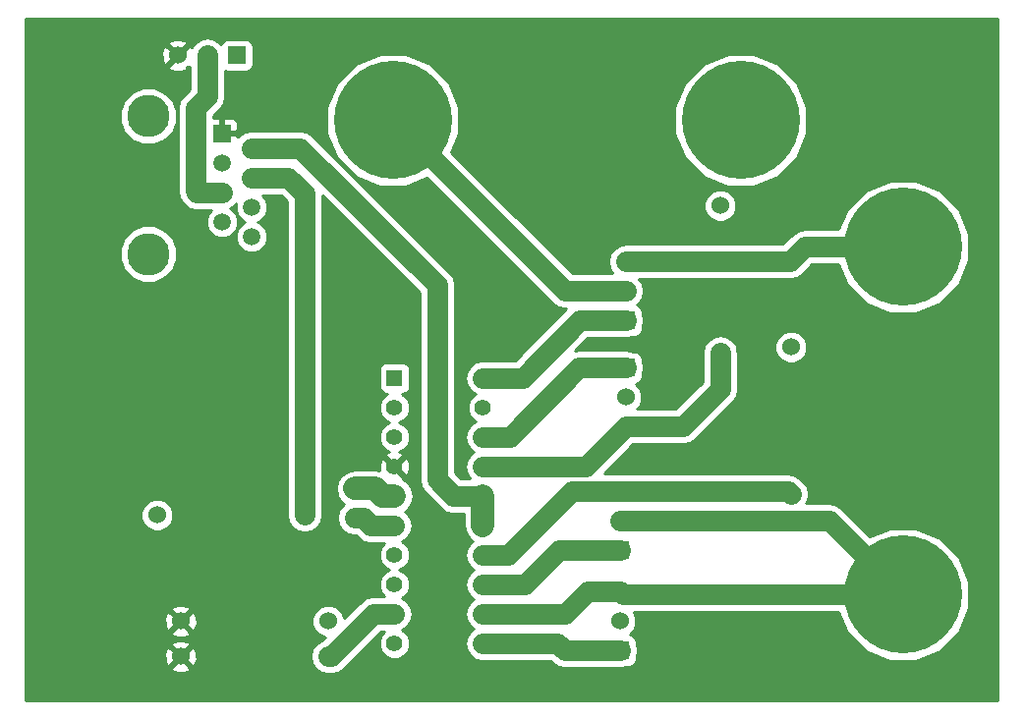
<source format=gbr>
G04 #@! TF.FileFunction,Copper,L2,Bot,Signal*
%FSLAX46Y46*%
G04 Gerber Fmt 4.6, Leading zero omitted, Abs format (unit mm)*
G04 Created by KiCad (PCBNEW 4.0.7-e1-6374~58~ubuntu14.04.1) date Fri Aug 18 19:44:06 2017*
%MOMM*%
%LPD*%
G01*
G04 APERTURE LIST*
%ADD10C,0.100000*%
%ADD11R,1.524000X1.524000*%
%ADD12C,1.524000*%
%ADD13C,10.160000*%
%ADD14C,3.649980*%
%ADD15R,1.501140X1.501140*%
%ADD16C,1.501140*%
%ADD17C,1.397000*%
%ADD18R,1.397000X1.397000*%
%ADD19C,1.800000*%
%ADD20C,0.254000*%
%ADD21C,2.000000*%
%ADD22C,1.900000*%
G04 APERTURE END LIST*
D10*
D11*
X115316000Y-68580000D03*
D12*
X115316000Y-66040000D03*
X115316000Y-63500000D03*
D11*
X115316000Y-59944000D03*
D12*
X115316000Y-57404000D03*
X115316000Y-54864000D03*
D13*
X95758000Y-22860000D03*
X125730000Y-22860000D03*
D12*
X77470000Y-69088000D03*
X90170000Y-69088000D03*
D13*
X139700000Y-33782000D03*
X139700000Y-63754000D03*
D14*
X74676000Y-34386520D03*
X74676000Y-22517100D03*
D15*
X81026000Y-24003000D03*
D16*
X83566000Y-25273000D03*
X81026000Y-26543000D03*
X83566000Y-27813000D03*
X81026000Y-29083000D03*
X83566000Y-30353000D03*
X81026000Y-31623000D03*
X83566000Y-32893000D03*
D12*
X130048000Y-42418000D03*
X130048000Y-55118000D03*
X123952000Y-42926000D03*
X123952000Y-30226000D03*
X88138000Y-56896000D03*
X75438000Y-56896000D03*
X77470000Y-66040000D03*
X90170000Y-66040000D03*
D17*
X92456000Y-57150000D03*
X92456000Y-54610000D03*
D11*
X115824000Y-40132000D03*
D12*
X115824000Y-37592000D03*
X115824000Y-35052000D03*
D11*
X115824000Y-44196000D03*
D12*
X115824000Y-46736000D03*
X115824000Y-49276000D03*
D11*
X82296000Y-17272000D03*
D12*
X79756000Y-17272000D03*
X77216000Y-17272000D03*
D18*
X95885000Y-45085000D03*
D17*
X95885000Y-47625000D03*
X95885000Y-50165000D03*
X95885000Y-52705000D03*
X95885000Y-55245000D03*
X95885000Y-57785000D03*
X95885000Y-60325000D03*
X95885000Y-62865000D03*
X95885000Y-65405000D03*
X95885000Y-67945000D03*
X103505000Y-67945000D03*
X103505000Y-65405000D03*
X103505000Y-62865000D03*
X103505000Y-60325000D03*
X103505000Y-57785000D03*
X103505000Y-55245000D03*
X103505000Y-52705000D03*
X103505000Y-50165000D03*
X103505000Y-47625000D03*
X103505000Y-45085000D03*
D19*
X90170000Y-69088000D02*
X90424000Y-69088000D01*
X90424000Y-69088000D02*
X94107000Y-65405000D01*
X94107000Y-65405000D02*
X95885000Y-65405000D01*
X103505000Y-45085000D02*
X106915000Y-45085000D01*
X111868000Y-40132000D02*
X115824000Y-40132000D01*
X106915000Y-45085000D02*
X111868000Y-40132000D01*
X79756000Y-17272000D02*
X79756000Y-20828000D01*
X79756000Y-20828000D02*
X78740000Y-21844000D01*
X78740000Y-21844000D02*
X78740000Y-28956000D01*
X78740000Y-28956000D02*
X78867000Y-29083000D01*
X78867000Y-29083000D02*
X81026000Y-29083000D01*
X103505000Y-60325000D02*
X105675000Y-60325000D01*
X111136000Y-54864000D02*
X115316000Y-54864000D01*
X105675000Y-60325000D02*
X111136000Y-54864000D01*
X115316000Y-54864000D02*
X129794000Y-54864000D01*
X129794000Y-54864000D02*
X130048000Y-55118000D01*
X115824000Y-49276000D02*
X120724000Y-49276000D01*
X123952000Y-46048000D02*
X123952000Y-42926000D01*
X120724000Y-49276000D02*
X123952000Y-46048000D01*
X103505000Y-52705000D02*
X112395000Y-52705000D01*
X112395000Y-52705000D02*
X115824000Y-49276000D01*
X103505000Y-67945000D02*
X109945000Y-67945000D01*
X110580000Y-68580000D02*
X115316000Y-68580000D01*
X109945000Y-67945000D02*
X110580000Y-68580000D01*
D20*
X103632000Y-68072000D02*
X103505000Y-67945000D01*
D21*
X92456000Y-54610000D02*
X94234000Y-54610000D01*
X94869000Y-55245000D02*
X95885000Y-55245000D01*
X94234000Y-54610000D02*
X94869000Y-55245000D01*
D19*
X103505000Y-50165000D02*
X105835000Y-50165000D01*
X111804000Y-44196000D02*
X115824000Y-44196000D01*
X105835000Y-50165000D02*
X111804000Y-44196000D01*
X115824000Y-35052000D02*
X129948000Y-35052000D01*
X129948000Y-35052000D02*
X131218000Y-33782000D01*
X131218000Y-33782000D02*
X139700000Y-33782000D01*
X103505000Y-65405000D02*
X110595000Y-65405000D01*
X112500000Y-63500000D02*
X115316000Y-63500000D01*
X110595000Y-65405000D02*
X112500000Y-63500000D01*
X115316000Y-57404000D02*
X133350000Y-57404000D01*
X133350000Y-57404000D02*
X139700000Y-63754000D01*
X139700000Y-63754000D02*
X115570000Y-63754000D01*
X115570000Y-63754000D02*
X115316000Y-63500000D01*
D22*
X139446000Y-63500000D02*
X139700000Y-63754000D01*
D19*
X103505000Y-55245000D02*
X100965000Y-55245000D01*
X87757000Y-25273000D02*
X83566000Y-25273000D01*
X99568000Y-37084000D02*
X87757000Y-25273000D01*
X99568000Y-53848000D02*
X99568000Y-37084000D01*
X100965000Y-55245000D02*
X99568000Y-53848000D01*
D21*
X103505000Y-55245000D02*
X103505000Y-57785000D01*
D19*
X103505000Y-62865000D02*
X107135000Y-62865000D01*
X110056000Y-59944000D02*
X115316000Y-59944000D01*
X107135000Y-62865000D02*
X110056000Y-59944000D01*
X83566000Y-27813000D02*
X86741000Y-27813000D01*
X86741000Y-27813000D02*
X88138000Y-29210000D01*
X88138000Y-29210000D02*
X88138000Y-56896000D01*
X92456000Y-57150000D02*
X93218000Y-57150000D01*
X93218000Y-57150000D02*
X93853000Y-57785000D01*
X95123000Y-57785000D02*
X95885000Y-57785000D01*
X93853000Y-57785000D02*
X95123000Y-57785000D01*
X95758000Y-22860000D02*
X95860000Y-22860000D01*
X95860000Y-22860000D02*
X110592000Y-37592000D01*
X110592000Y-37592000D02*
X115824000Y-37592000D01*
D22*
X95758000Y-22860000D02*
X96012000Y-22860000D01*
D20*
G36*
X147873000Y-72873000D02*
X64127000Y-72873000D01*
X64127000Y-70068213D01*
X76669392Y-70068213D01*
X76738857Y-70310397D01*
X77262302Y-70497144D01*
X77817368Y-70469362D01*
X78201143Y-70310397D01*
X78270608Y-70068213D01*
X77470000Y-69267605D01*
X76669392Y-70068213D01*
X64127000Y-70068213D01*
X64127000Y-68880302D01*
X76060856Y-68880302D01*
X76088638Y-69435368D01*
X76247603Y-69819143D01*
X76489787Y-69888608D01*
X77290395Y-69088000D01*
X77649605Y-69088000D01*
X78450213Y-69888608D01*
X78692397Y-69819143D01*
X78879144Y-69295698D01*
X78868749Y-69088000D01*
X88635000Y-69088000D01*
X88751845Y-69675419D01*
X89084591Y-70173409D01*
X89582581Y-70506155D01*
X90170000Y-70623000D01*
X90424000Y-70623000D01*
X91011419Y-70506155D01*
X91509409Y-70173409D01*
X94742818Y-66940000D01*
X95004254Y-66940000D01*
X94755173Y-67188647D01*
X94551732Y-67678587D01*
X94551269Y-68209086D01*
X94753854Y-68699380D01*
X95128647Y-69074827D01*
X95618587Y-69278268D01*
X96149086Y-69278731D01*
X96639380Y-69076146D01*
X97014827Y-68701353D01*
X97218268Y-68211413D01*
X97218731Y-67680914D01*
X97016146Y-67190620D01*
X96641353Y-66815173D01*
X96544533Y-66774970D01*
X96970409Y-66490409D01*
X97303155Y-65992419D01*
X97420000Y-65405000D01*
X97303155Y-64817581D01*
X96970409Y-64319591D01*
X96544816Y-64035219D01*
X96639380Y-63996146D01*
X97014827Y-63621353D01*
X97218268Y-63131413D01*
X97218731Y-62600914D01*
X97016146Y-62110620D01*
X96641353Y-61735173D01*
X96303554Y-61594906D01*
X96639380Y-61456146D01*
X97014827Y-61081353D01*
X97218268Y-60591413D01*
X97218731Y-60060914D01*
X97016146Y-59570620D01*
X96641353Y-59195173D01*
X96544533Y-59154970D01*
X96970409Y-58870409D01*
X97303155Y-58372419D01*
X97420000Y-57785000D01*
X97303155Y-57197581D01*
X96970409Y-56699591D01*
X96782417Y-56573979D01*
X97041120Y-56401120D01*
X97395543Y-55870687D01*
X97520000Y-55245000D01*
X97395543Y-54619313D01*
X97041120Y-54088880D01*
X96599181Y-53793586D01*
X96639583Y-53639188D01*
X95885000Y-52884605D01*
X95870858Y-52898748D01*
X95691253Y-52719143D01*
X95705395Y-52705000D01*
X96064605Y-52705000D01*
X96819188Y-53459583D01*
X97054800Y-53397929D01*
X97230927Y-52897520D01*
X97202148Y-52367801D01*
X97054800Y-52012071D01*
X96819188Y-51950417D01*
X96064605Y-52705000D01*
X95705395Y-52705000D01*
X94950812Y-51950417D01*
X94715200Y-52012071D01*
X94539073Y-52512480D01*
X94567808Y-53041398D01*
X94234000Y-52974999D01*
X94233995Y-52975000D01*
X92456000Y-52975000D01*
X91830313Y-53099457D01*
X91299880Y-53453880D01*
X90945457Y-53984313D01*
X90821000Y-54610000D01*
X90945457Y-55235687D01*
X91299880Y-55766120D01*
X91558583Y-55938979D01*
X91370591Y-56064591D01*
X91037845Y-56562581D01*
X90921000Y-57150000D01*
X91037845Y-57737419D01*
X91370591Y-58235409D01*
X91868581Y-58568155D01*
X92456000Y-58685000D01*
X92582182Y-58685000D01*
X92767591Y-58870409D01*
X93265581Y-59203155D01*
X93853000Y-59320000D01*
X95004254Y-59320000D01*
X94755173Y-59568647D01*
X94551732Y-60058587D01*
X94551269Y-60589086D01*
X94753854Y-61079380D01*
X95128647Y-61454827D01*
X95466446Y-61595094D01*
X95130620Y-61733854D01*
X94755173Y-62108647D01*
X94551732Y-62598587D01*
X94551269Y-63129086D01*
X94753854Y-63619380D01*
X95004037Y-63870000D01*
X94107000Y-63870000D01*
X93519581Y-63986845D01*
X93021591Y-64319591D01*
X91567233Y-65773949D01*
X91567242Y-65763339D01*
X91355010Y-65249697D01*
X90962370Y-64856371D01*
X90449100Y-64643243D01*
X89893339Y-64642758D01*
X89379697Y-64854990D01*
X88986371Y-65247630D01*
X88773243Y-65760900D01*
X88772758Y-66316661D01*
X88984990Y-66830303D01*
X89377630Y-67223629D01*
X89890900Y-67436757D01*
X89904413Y-67436769D01*
X89693375Y-67647807D01*
X89582581Y-67669845D01*
X89084591Y-68002591D01*
X88751845Y-68500581D01*
X88635000Y-69088000D01*
X78868749Y-69088000D01*
X78851362Y-68740632D01*
X78692397Y-68356857D01*
X78450213Y-68287392D01*
X77649605Y-69088000D01*
X77290395Y-69088000D01*
X76489787Y-68287392D01*
X76247603Y-68356857D01*
X76060856Y-68880302D01*
X64127000Y-68880302D01*
X64127000Y-68107787D01*
X76669392Y-68107787D01*
X77470000Y-68908395D01*
X78270608Y-68107787D01*
X78201143Y-67865603D01*
X77677698Y-67678856D01*
X77122632Y-67706638D01*
X76738857Y-67865603D01*
X76669392Y-68107787D01*
X64127000Y-68107787D01*
X64127000Y-67020213D01*
X76669392Y-67020213D01*
X76738857Y-67262397D01*
X77262302Y-67449144D01*
X77817368Y-67421362D01*
X78201143Y-67262397D01*
X78270608Y-67020213D01*
X77470000Y-66219605D01*
X76669392Y-67020213D01*
X64127000Y-67020213D01*
X64127000Y-65832302D01*
X76060856Y-65832302D01*
X76088638Y-66387368D01*
X76247603Y-66771143D01*
X76489787Y-66840608D01*
X77290395Y-66040000D01*
X77649605Y-66040000D01*
X78450213Y-66840608D01*
X78692397Y-66771143D01*
X78879144Y-66247698D01*
X78851362Y-65692632D01*
X78692397Y-65308857D01*
X78450213Y-65239392D01*
X77649605Y-66040000D01*
X77290395Y-66040000D01*
X76489787Y-65239392D01*
X76247603Y-65308857D01*
X76060856Y-65832302D01*
X64127000Y-65832302D01*
X64127000Y-65059787D01*
X76669392Y-65059787D01*
X77470000Y-65860395D01*
X78270608Y-65059787D01*
X78201143Y-64817603D01*
X77677698Y-64630856D01*
X77122632Y-64658638D01*
X76738857Y-64817603D01*
X76669392Y-65059787D01*
X64127000Y-65059787D01*
X64127000Y-57172661D01*
X74040758Y-57172661D01*
X74252990Y-57686303D01*
X74645630Y-58079629D01*
X75158900Y-58292757D01*
X75714661Y-58293242D01*
X76228303Y-58081010D01*
X76621629Y-57688370D01*
X76834757Y-57175100D01*
X76835242Y-56619339D01*
X76623010Y-56105697D01*
X76230370Y-55712371D01*
X75717100Y-55499243D01*
X75161339Y-55498758D01*
X74647697Y-55710990D01*
X74254371Y-56103630D01*
X74041243Y-56616900D01*
X74040758Y-57172661D01*
X64127000Y-57172661D01*
X64127000Y-34873695D01*
X72215584Y-34873695D01*
X72589306Y-35778172D01*
X73280708Y-36470782D01*
X74184531Y-36846082D01*
X75163175Y-36846936D01*
X76067652Y-36473214D01*
X76760262Y-35781812D01*
X77135562Y-34877989D01*
X77136416Y-33899345D01*
X76762694Y-32994868D01*
X76071292Y-32302258D01*
X75167469Y-31926958D01*
X74188825Y-31926104D01*
X73284348Y-32299826D01*
X72591738Y-32991228D01*
X72216438Y-33895051D01*
X72215584Y-34873695D01*
X64127000Y-34873695D01*
X64127000Y-23004275D01*
X72215584Y-23004275D01*
X72589306Y-23908752D01*
X73280708Y-24601362D01*
X74184531Y-24976662D01*
X75163175Y-24977516D01*
X76067652Y-24603794D01*
X76760262Y-23912392D01*
X77135562Y-23008569D01*
X77136416Y-22029925D01*
X76762694Y-21125448D01*
X76071292Y-20432838D01*
X75167469Y-20057538D01*
X74188825Y-20056684D01*
X73284348Y-20430406D01*
X72591738Y-21121808D01*
X72216438Y-22025631D01*
X72215584Y-23004275D01*
X64127000Y-23004275D01*
X64127000Y-18252213D01*
X76415392Y-18252213D01*
X76484857Y-18494397D01*
X77008302Y-18681144D01*
X77563368Y-18653362D01*
X77947143Y-18494397D01*
X78016607Y-18252215D01*
X78131618Y-18367226D01*
X78221000Y-18277844D01*
X78221000Y-20192182D01*
X77654591Y-20758591D01*
X77321845Y-21256581D01*
X77205000Y-21844000D01*
X77205000Y-28956000D01*
X77321845Y-29543419D01*
X77654591Y-30041409D01*
X77781591Y-30168409D01*
X78279581Y-30501155D01*
X78867000Y-30618000D01*
X80071552Y-30618000D01*
X79852056Y-30837113D01*
X79640671Y-31346184D01*
X79640190Y-31897398D01*
X79850686Y-32406837D01*
X80240113Y-32796944D01*
X80749184Y-33008329D01*
X81300398Y-33008810D01*
X81809837Y-32798314D01*
X82199944Y-32408887D01*
X82411329Y-31899816D01*
X82411810Y-31348602D01*
X82201314Y-30839163D01*
X81811887Y-30449056D01*
X81737573Y-30418198D01*
X82111409Y-30168409D01*
X82193212Y-30045982D01*
X82180671Y-30076184D01*
X82180190Y-30627398D01*
X82390686Y-31136837D01*
X82780113Y-31526944D01*
X83011381Y-31622975D01*
X82782163Y-31717686D01*
X82392056Y-32107113D01*
X82180671Y-32616184D01*
X82180190Y-33167398D01*
X82390686Y-33676837D01*
X82780113Y-34066944D01*
X83289184Y-34278329D01*
X83840398Y-34278810D01*
X84349837Y-34068314D01*
X84739944Y-33678887D01*
X84951329Y-33169816D01*
X84951810Y-32618602D01*
X84741314Y-32109163D01*
X84351887Y-31719056D01*
X84120619Y-31623025D01*
X84349837Y-31528314D01*
X84739944Y-31138887D01*
X84951329Y-30629816D01*
X84951810Y-30078602D01*
X84741314Y-29569163D01*
X84520537Y-29348000D01*
X86105182Y-29348000D01*
X86603000Y-29845818D01*
X86603000Y-56896000D01*
X86719845Y-57483419D01*
X87052591Y-57981409D01*
X87550581Y-58314155D01*
X88138000Y-58431000D01*
X88725419Y-58314155D01*
X89223409Y-57981409D01*
X89556155Y-57483419D01*
X89673000Y-56896000D01*
X89673000Y-44386500D01*
X94539060Y-44386500D01*
X94539060Y-45783500D01*
X94583338Y-46018817D01*
X94722410Y-46234941D01*
X94934610Y-46379931D01*
X95186500Y-46430940D01*
X95282884Y-46430940D01*
X95130620Y-46493854D01*
X94755173Y-46868647D01*
X94551732Y-47358587D01*
X94551269Y-47889086D01*
X94753854Y-48379380D01*
X95128647Y-48754827D01*
X95466446Y-48895094D01*
X95130620Y-49033854D01*
X94755173Y-49408647D01*
X94551732Y-49898587D01*
X94551269Y-50429086D01*
X94753854Y-50919380D01*
X95128647Y-51294827D01*
X95450118Y-51428314D01*
X95192071Y-51535200D01*
X95130417Y-51770812D01*
X95885000Y-52525395D01*
X96639583Y-51770812D01*
X96577929Y-51535200D01*
X96298688Y-51436917D01*
X96639380Y-51296146D01*
X97014827Y-50921353D01*
X97218268Y-50431413D01*
X97218731Y-49900914D01*
X97016146Y-49410620D01*
X96641353Y-49035173D01*
X96303554Y-48894906D01*
X96639380Y-48756146D01*
X97014827Y-48381353D01*
X97218268Y-47891413D01*
X97218731Y-47360914D01*
X97016146Y-46870620D01*
X96641353Y-46495173D01*
X96486663Y-46430940D01*
X96583500Y-46430940D01*
X96818817Y-46386662D01*
X97034941Y-46247590D01*
X97179931Y-46035390D01*
X97230940Y-45783500D01*
X97230940Y-44386500D01*
X97186662Y-44151183D01*
X97047590Y-43935059D01*
X96835390Y-43790069D01*
X96583500Y-43739060D01*
X95186500Y-43739060D01*
X94951183Y-43783338D01*
X94735059Y-43922410D01*
X94590069Y-44134610D01*
X94539060Y-44386500D01*
X89673000Y-44386500D01*
X89673000Y-29359818D01*
X98033000Y-37719818D01*
X98033000Y-53848000D01*
X98149845Y-54435419D01*
X98482591Y-54933409D01*
X99879591Y-56330409D01*
X100377581Y-56663155D01*
X100965000Y-56780000D01*
X101870000Y-56780000D01*
X101870000Y-57785000D01*
X101994457Y-58410687D01*
X102348880Y-58941120D01*
X102607583Y-59113979D01*
X102419591Y-59239591D01*
X102086845Y-59737581D01*
X101970000Y-60325000D01*
X102086845Y-60912419D01*
X102419591Y-61410409D01*
X102695851Y-61595000D01*
X102419591Y-61779591D01*
X102086845Y-62277581D01*
X101970000Y-62865000D01*
X102086845Y-63452419D01*
X102419591Y-63950409D01*
X102695851Y-64135000D01*
X102419591Y-64319591D01*
X102086845Y-64817581D01*
X101970000Y-65405000D01*
X102086845Y-65992419D01*
X102419591Y-66490409D01*
X102695851Y-66675000D01*
X102419591Y-66859591D01*
X102086845Y-67357581D01*
X101970000Y-67945000D01*
X102086845Y-68532419D01*
X102419591Y-69030409D01*
X102917581Y-69363155D01*
X103505000Y-69480000D01*
X109309182Y-69480000D01*
X109494591Y-69665409D01*
X109992581Y-69998155D01*
X110580000Y-70115000D01*
X115316000Y-70115000D01*
X115903419Y-69998155D01*
X115916462Y-69989440D01*
X116078000Y-69989440D01*
X116313317Y-69945162D01*
X116529441Y-69806090D01*
X116674431Y-69593890D01*
X116725440Y-69342000D01*
X116725440Y-69180462D01*
X116734155Y-69167419D01*
X116851000Y-68580000D01*
X116734155Y-67992581D01*
X116725440Y-67979538D01*
X116725440Y-67818000D01*
X116681162Y-67582683D01*
X116542090Y-67366559D01*
X116329890Y-67221569D01*
X116146876Y-67184508D01*
X116499629Y-66832370D01*
X116712757Y-66319100D01*
X116713242Y-65763339D01*
X116517250Y-65289000D01*
X134150611Y-65289000D01*
X134852234Y-66987058D01*
X136458486Y-68596116D01*
X138558229Y-69468005D01*
X140831796Y-69469989D01*
X142933058Y-68601766D01*
X144542116Y-66995514D01*
X145414005Y-64895771D01*
X145415989Y-62622204D01*
X144547766Y-60520942D01*
X142941514Y-58911884D01*
X140841771Y-58039995D01*
X138568204Y-58038011D01*
X136860456Y-58743638D01*
X134435409Y-56318591D01*
X133937419Y-55985845D01*
X133350000Y-55869000D01*
X131356854Y-55869000D01*
X131466155Y-55705419D01*
X131583000Y-55118000D01*
X131466155Y-54530581D01*
X131133409Y-54032591D01*
X130879409Y-53778591D01*
X130381419Y-53445845D01*
X129794000Y-53329000D01*
X113941818Y-53329000D01*
X116459818Y-50811000D01*
X120724000Y-50811000D01*
X121311419Y-50694155D01*
X121809409Y-50361409D01*
X125037409Y-47133409D01*
X125370155Y-46635419D01*
X125487000Y-46048000D01*
X125487000Y-42926000D01*
X125440984Y-42694661D01*
X128650758Y-42694661D01*
X128862990Y-43208303D01*
X129255630Y-43601629D01*
X129768900Y-43814757D01*
X130324661Y-43815242D01*
X130838303Y-43603010D01*
X131231629Y-43210370D01*
X131444757Y-42697100D01*
X131445242Y-42141339D01*
X131233010Y-41627697D01*
X130840370Y-41234371D01*
X130327100Y-41021243D01*
X129771339Y-41020758D01*
X129257697Y-41232990D01*
X128864371Y-41625630D01*
X128651243Y-42138900D01*
X128650758Y-42694661D01*
X125440984Y-42694661D01*
X125370155Y-42338581D01*
X125037409Y-41840591D01*
X124539419Y-41507845D01*
X123952000Y-41391000D01*
X123364581Y-41507845D01*
X122866591Y-41840591D01*
X122533845Y-42338581D01*
X122417000Y-42926000D01*
X122417000Y-45412182D01*
X120088182Y-47741000D01*
X116794628Y-47741000D01*
X117007629Y-47528370D01*
X117220757Y-47015100D01*
X117221242Y-46459339D01*
X117009010Y-45945697D01*
X116656167Y-45592237D01*
X116821317Y-45561162D01*
X117037441Y-45422090D01*
X117182431Y-45209890D01*
X117233440Y-44958000D01*
X117233440Y-44796462D01*
X117242155Y-44783419D01*
X117359000Y-44196000D01*
X117242155Y-43608581D01*
X117233440Y-43595538D01*
X117233440Y-43434000D01*
X117189162Y-43198683D01*
X117050090Y-42982559D01*
X116837890Y-42837569D01*
X116586000Y-42786560D01*
X116424462Y-42786560D01*
X116411419Y-42777845D01*
X115824000Y-42661000D01*
X111804000Y-42661000D01*
X111436772Y-42734046D01*
X112503818Y-41667000D01*
X115824000Y-41667000D01*
X116411419Y-41550155D01*
X116424462Y-41541440D01*
X116586000Y-41541440D01*
X116821317Y-41497162D01*
X117037441Y-41358090D01*
X117182431Y-41145890D01*
X117233440Y-40894000D01*
X117233440Y-40732462D01*
X117242155Y-40719419D01*
X117359000Y-40132000D01*
X117242155Y-39544581D01*
X117233440Y-39531538D01*
X117233440Y-39370000D01*
X117189162Y-39134683D01*
X117050090Y-38918559D01*
X116837890Y-38773569D01*
X116782333Y-38762318D01*
X116909409Y-38677409D01*
X117242155Y-38179419D01*
X117359000Y-37592000D01*
X117242155Y-37004581D01*
X116963137Y-36587000D01*
X129948000Y-36587000D01*
X130535419Y-36470155D01*
X131033409Y-36137409D01*
X131853818Y-35317000D01*
X134150611Y-35317000D01*
X134852234Y-37015058D01*
X136458486Y-38624116D01*
X138558229Y-39496005D01*
X140831796Y-39497989D01*
X142933058Y-38629766D01*
X144542116Y-37023514D01*
X145414005Y-34923771D01*
X145415989Y-32650204D01*
X144547766Y-30548942D01*
X142941514Y-28939884D01*
X140841771Y-28067995D01*
X138568204Y-28066011D01*
X136466942Y-28934234D01*
X134857884Y-30540486D01*
X134149278Y-32247000D01*
X131218000Y-32247000D01*
X130630581Y-32363845D01*
X130132591Y-32696591D01*
X129312182Y-33517000D01*
X115824000Y-33517000D01*
X115236581Y-33633845D01*
X114738591Y-33966591D01*
X114405845Y-34464581D01*
X114289000Y-35052000D01*
X114405845Y-35639419D01*
X114684863Y-36057000D01*
X111227818Y-36057000D01*
X105673479Y-30502661D01*
X122554758Y-30502661D01*
X122766990Y-31016303D01*
X123159630Y-31409629D01*
X123672900Y-31622757D01*
X124228661Y-31623242D01*
X124742303Y-31411010D01*
X125135629Y-31018370D01*
X125348757Y-30505100D01*
X125349242Y-29949339D01*
X125137010Y-29435697D01*
X124744370Y-29042371D01*
X124231100Y-28829243D01*
X123675339Y-28828758D01*
X123161697Y-29040990D01*
X122768371Y-29433630D01*
X122555243Y-29946900D01*
X122554758Y-30502661D01*
X105673479Y-30502661D01*
X100797347Y-25626529D01*
X101472005Y-24001771D01*
X101472013Y-23991796D01*
X120014011Y-23991796D01*
X120882234Y-26093058D01*
X122488486Y-27702116D01*
X124588229Y-28574005D01*
X126861796Y-28575989D01*
X128963058Y-27707766D01*
X130572116Y-26101514D01*
X131444005Y-24001771D01*
X131445989Y-21728204D01*
X130577766Y-19626942D01*
X128971514Y-18017884D01*
X126871771Y-17145995D01*
X124598204Y-17144011D01*
X122496942Y-18012234D01*
X120887884Y-19618486D01*
X120015995Y-21718229D01*
X120014011Y-23991796D01*
X101472013Y-23991796D01*
X101473989Y-21728204D01*
X100605766Y-19626942D01*
X98999514Y-18017884D01*
X96899771Y-17145995D01*
X94626204Y-17144011D01*
X92524942Y-18012234D01*
X90915884Y-19618486D01*
X90043995Y-21718229D01*
X90042011Y-23991796D01*
X90910234Y-26093058D01*
X92516486Y-27702116D01*
X94616229Y-28574005D01*
X96889796Y-28575989D01*
X98669721Y-27840539D01*
X109506591Y-38677409D01*
X110004581Y-39010155D01*
X110592000Y-39127000D01*
X110702182Y-39127000D01*
X106279182Y-43550000D01*
X103505000Y-43550000D01*
X102917581Y-43666845D01*
X102419591Y-43999591D01*
X102086845Y-44497581D01*
X101970000Y-45085000D01*
X102086845Y-45672419D01*
X102419591Y-46170409D01*
X102845184Y-46454781D01*
X102750620Y-46493854D01*
X102375173Y-46868647D01*
X102171732Y-47358587D01*
X102171269Y-47889086D01*
X102373854Y-48379380D01*
X102748647Y-48754827D01*
X102845467Y-48795030D01*
X102419591Y-49079591D01*
X102086845Y-49577581D01*
X101970000Y-50165000D01*
X102086845Y-50752419D01*
X102419591Y-51250409D01*
X102695851Y-51435000D01*
X102419591Y-51619591D01*
X102086845Y-52117581D01*
X101970000Y-52705000D01*
X102086845Y-53292419D01*
X102365863Y-53710000D01*
X101600818Y-53710000D01*
X101103000Y-53212182D01*
X101103000Y-37084000D01*
X100986155Y-36496581D01*
X100653409Y-35998591D01*
X88842409Y-24187591D01*
X88344419Y-23854845D01*
X87757000Y-23738000D01*
X83566000Y-23738000D01*
X82978581Y-23854845D01*
X82480591Y-24187591D01*
X82411570Y-24290888D01*
X82411570Y-24288750D01*
X82252820Y-24130000D01*
X81153000Y-24130000D01*
X81153000Y-24150000D01*
X80899000Y-24150000D01*
X80899000Y-24130000D01*
X80879000Y-24130000D01*
X80879000Y-23876000D01*
X80899000Y-23876000D01*
X80899000Y-22776180D01*
X81153000Y-22776180D01*
X81153000Y-23876000D01*
X82252820Y-23876000D01*
X82411570Y-23717250D01*
X82411570Y-23126121D01*
X82314897Y-22892732D01*
X82136269Y-22714103D01*
X81902880Y-22617430D01*
X81311750Y-22617430D01*
X81153000Y-22776180D01*
X80899000Y-22776180D01*
X80740250Y-22617430D01*
X80275000Y-22617430D01*
X80275000Y-22479818D01*
X80841409Y-21913409D01*
X81174155Y-21415419D01*
X81291000Y-20828000D01*
X81291000Y-18632231D01*
X81534000Y-18681440D01*
X83058000Y-18681440D01*
X83293317Y-18637162D01*
X83509441Y-18498090D01*
X83654431Y-18285890D01*
X83705440Y-18034000D01*
X83705440Y-16510000D01*
X83661162Y-16274683D01*
X83522090Y-16058559D01*
X83309890Y-15913569D01*
X83058000Y-15862560D01*
X81534000Y-15862560D01*
X81298683Y-15906838D01*
X81082559Y-16045910D01*
X80937569Y-16258110D01*
X80926318Y-16313667D01*
X80841409Y-16186591D01*
X80343419Y-15853845D01*
X79756000Y-15737000D01*
X79168581Y-15853845D01*
X78670591Y-16186591D01*
X78434605Y-16539769D01*
X78196213Y-16471392D01*
X77395605Y-17272000D01*
X77409748Y-17286143D01*
X77230143Y-17465748D01*
X77216000Y-17451605D01*
X76415392Y-18252213D01*
X64127000Y-18252213D01*
X64127000Y-17064302D01*
X75806856Y-17064302D01*
X75834638Y-17619368D01*
X75993603Y-18003143D01*
X76235787Y-18072608D01*
X77036395Y-17272000D01*
X76235787Y-16471392D01*
X75993603Y-16540857D01*
X75806856Y-17064302D01*
X64127000Y-17064302D01*
X64127000Y-16291787D01*
X76415392Y-16291787D01*
X77216000Y-17092395D01*
X78016608Y-16291787D01*
X77947143Y-16049603D01*
X77423698Y-15862856D01*
X76868632Y-15890638D01*
X76484857Y-16049603D01*
X76415392Y-16291787D01*
X64127000Y-16291787D01*
X64127000Y-14127000D01*
X147873000Y-14127000D01*
X147873000Y-72873000D01*
X147873000Y-72873000D01*
G37*
X147873000Y-72873000D02*
X64127000Y-72873000D01*
X64127000Y-70068213D01*
X76669392Y-70068213D01*
X76738857Y-70310397D01*
X77262302Y-70497144D01*
X77817368Y-70469362D01*
X78201143Y-70310397D01*
X78270608Y-70068213D01*
X77470000Y-69267605D01*
X76669392Y-70068213D01*
X64127000Y-70068213D01*
X64127000Y-68880302D01*
X76060856Y-68880302D01*
X76088638Y-69435368D01*
X76247603Y-69819143D01*
X76489787Y-69888608D01*
X77290395Y-69088000D01*
X77649605Y-69088000D01*
X78450213Y-69888608D01*
X78692397Y-69819143D01*
X78879144Y-69295698D01*
X78868749Y-69088000D01*
X88635000Y-69088000D01*
X88751845Y-69675419D01*
X89084591Y-70173409D01*
X89582581Y-70506155D01*
X90170000Y-70623000D01*
X90424000Y-70623000D01*
X91011419Y-70506155D01*
X91509409Y-70173409D01*
X94742818Y-66940000D01*
X95004254Y-66940000D01*
X94755173Y-67188647D01*
X94551732Y-67678587D01*
X94551269Y-68209086D01*
X94753854Y-68699380D01*
X95128647Y-69074827D01*
X95618587Y-69278268D01*
X96149086Y-69278731D01*
X96639380Y-69076146D01*
X97014827Y-68701353D01*
X97218268Y-68211413D01*
X97218731Y-67680914D01*
X97016146Y-67190620D01*
X96641353Y-66815173D01*
X96544533Y-66774970D01*
X96970409Y-66490409D01*
X97303155Y-65992419D01*
X97420000Y-65405000D01*
X97303155Y-64817581D01*
X96970409Y-64319591D01*
X96544816Y-64035219D01*
X96639380Y-63996146D01*
X97014827Y-63621353D01*
X97218268Y-63131413D01*
X97218731Y-62600914D01*
X97016146Y-62110620D01*
X96641353Y-61735173D01*
X96303554Y-61594906D01*
X96639380Y-61456146D01*
X97014827Y-61081353D01*
X97218268Y-60591413D01*
X97218731Y-60060914D01*
X97016146Y-59570620D01*
X96641353Y-59195173D01*
X96544533Y-59154970D01*
X96970409Y-58870409D01*
X97303155Y-58372419D01*
X97420000Y-57785000D01*
X97303155Y-57197581D01*
X96970409Y-56699591D01*
X96782417Y-56573979D01*
X97041120Y-56401120D01*
X97395543Y-55870687D01*
X97520000Y-55245000D01*
X97395543Y-54619313D01*
X97041120Y-54088880D01*
X96599181Y-53793586D01*
X96639583Y-53639188D01*
X95885000Y-52884605D01*
X95870858Y-52898748D01*
X95691253Y-52719143D01*
X95705395Y-52705000D01*
X96064605Y-52705000D01*
X96819188Y-53459583D01*
X97054800Y-53397929D01*
X97230927Y-52897520D01*
X97202148Y-52367801D01*
X97054800Y-52012071D01*
X96819188Y-51950417D01*
X96064605Y-52705000D01*
X95705395Y-52705000D01*
X94950812Y-51950417D01*
X94715200Y-52012071D01*
X94539073Y-52512480D01*
X94567808Y-53041398D01*
X94234000Y-52974999D01*
X94233995Y-52975000D01*
X92456000Y-52975000D01*
X91830313Y-53099457D01*
X91299880Y-53453880D01*
X90945457Y-53984313D01*
X90821000Y-54610000D01*
X90945457Y-55235687D01*
X91299880Y-55766120D01*
X91558583Y-55938979D01*
X91370591Y-56064591D01*
X91037845Y-56562581D01*
X90921000Y-57150000D01*
X91037845Y-57737419D01*
X91370591Y-58235409D01*
X91868581Y-58568155D01*
X92456000Y-58685000D01*
X92582182Y-58685000D01*
X92767591Y-58870409D01*
X93265581Y-59203155D01*
X93853000Y-59320000D01*
X95004254Y-59320000D01*
X94755173Y-59568647D01*
X94551732Y-60058587D01*
X94551269Y-60589086D01*
X94753854Y-61079380D01*
X95128647Y-61454827D01*
X95466446Y-61595094D01*
X95130620Y-61733854D01*
X94755173Y-62108647D01*
X94551732Y-62598587D01*
X94551269Y-63129086D01*
X94753854Y-63619380D01*
X95004037Y-63870000D01*
X94107000Y-63870000D01*
X93519581Y-63986845D01*
X93021591Y-64319591D01*
X91567233Y-65773949D01*
X91567242Y-65763339D01*
X91355010Y-65249697D01*
X90962370Y-64856371D01*
X90449100Y-64643243D01*
X89893339Y-64642758D01*
X89379697Y-64854990D01*
X88986371Y-65247630D01*
X88773243Y-65760900D01*
X88772758Y-66316661D01*
X88984990Y-66830303D01*
X89377630Y-67223629D01*
X89890900Y-67436757D01*
X89904413Y-67436769D01*
X89693375Y-67647807D01*
X89582581Y-67669845D01*
X89084591Y-68002591D01*
X88751845Y-68500581D01*
X88635000Y-69088000D01*
X78868749Y-69088000D01*
X78851362Y-68740632D01*
X78692397Y-68356857D01*
X78450213Y-68287392D01*
X77649605Y-69088000D01*
X77290395Y-69088000D01*
X76489787Y-68287392D01*
X76247603Y-68356857D01*
X76060856Y-68880302D01*
X64127000Y-68880302D01*
X64127000Y-68107787D01*
X76669392Y-68107787D01*
X77470000Y-68908395D01*
X78270608Y-68107787D01*
X78201143Y-67865603D01*
X77677698Y-67678856D01*
X77122632Y-67706638D01*
X76738857Y-67865603D01*
X76669392Y-68107787D01*
X64127000Y-68107787D01*
X64127000Y-67020213D01*
X76669392Y-67020213D01*
X76738857Y-67262397D01*
X77262302Y-67449144D01*
X77817368Y-67421362D01*
X78201143Y-67262397D01*
X78270608Y-67020213D01*
X77470000Y-66219605D01*
X76669392Y-67020213D01*
X64127000Y-67020213D01*
X64127000Y-65832302D01*
X76060856Y-65832302D01*
X76088638Y-66387368D01*
X76247603Y-66771143D01*
X76489787Y-66840608D01*
X77290395Y-66040000D01*
X77649605Y-66040000D01*
X78450213Y-66840608D01*
X78692397Y-66771143D01*
X78879144Y-66247698D01*
X78851362Y-65692632D01*
X78692397Y-65308857D01*
X78450213Y-65239392D01*
X77649605Y-66040000D01*
X77290395Y-66040000D01*
X76489787Y-65239392D01*
X76247603Y-65308857D01*
X76060856Y-65832302D01*
X64127000Y-65832302D01*
X64127000Y-65059787D01*
X76669392Y-65059787D01*
X77470000Y-65860395D01*
X78270608Y-65059787D01*
X78201143Y-64817603D01*
X77677698Y-64630856D01*
X77122632Y-64658638D01*
X76738857Y-64817603D01*
X76669392Y-65059787D01*
X64127000Y-65059787D01*
X64127000Y-57172661D01*
X74040758Y-57172661D01*
X74252990Y-57686303D01*
X74645630Y-58079629D01*
X75158900Y-58292757D01*
X75714661Y-58293242D01*
X76228303Y-58081010D01*
X76621629Y-57688370D01*
X76834757Y-57175100D01*
X76835242Y-56619339D01*
X76623010Y-56105697D01*
X76230370Y-55712371D01*
X75717100Y-55499243D01*
X75161339Y-55498758D01*
X74647697Y-55710990D01*
X74254371Y-56103630D01*
X74041243Y-56616900D01*
X74040758Y-57172661D01*
X64127000Y-57172661D01*
X64127000Y-34873695D01*
X72215584Y-34873695D01*
X72589306Y-35778172D01*
X73280708Y-36470782D01*
X74184531Y-36846082D01*
X75163175Y-36846936D01*
X76067652Y-36473214D01*
X76760262Y-35781812D01*
X77135562Y-34877989D01*
X77136416Y-33899345D01*
X76762694Y-32994868D01*
X76071292Y-32302258D01*
X75167469Y-31926958D01*
X74188825Y-31926104D01*
X73284348Y-32299826D01*
X72591738Y-32991228D01*
X72216438Y-33895051D01*
X72215584Y-34873695D01*
X64127000Y-34873695D01*
X64127000Y-23004275D01*
X72215584Y-23004275D01*
X72589306Y-23908752D01*
X73280708Y-24601362D01*
X74184531Y-24976662D01*
X75163175Y-24977516D01*
X76067652Y-24603794D01*
X76760262Y-23912392D01*
X77135562Y-23008569D01*
X77136416Y-22029925D01*
X76762694Y-21125448D01*
X76071292Y-20432838D01*
X75167469Y-20057538D01*
X74188825Y-20056684D01*
X73284348Y-20430406D01*
X72591738Y-21121808D01*
X72216438Y-22025631D01*
X72215584Y-23004275D01*
X64127000Y-23004275D01*
X64127000Y-18252213D01*
X76415392Y-18252213D01*
X76484857Y-18494397D01*
X77008302Y-18681144D01*
X77563368Y-18653362D01*
X77947143Y-18494397D01*
X78016607Y-18252215D01*
X78131618Y-18367226D01*
X78221000Y-18277844D01*
X78221000Y-20192182D01*
X77654591Y-20758591D01*
X77321845Y-21256581D01*
X77205000Y-21844000D01*
X77205000Y-28956000D01*
X77321845Y-29543419D01*
X77654591Y-30041409D01*
X77781591Y-30168409D01*
X78279581Y-30501155D01*
X78867000Y-30618000D01*
X80071552Y-30618000D01*
X79852056Y-30837113D01*
X79640671Y-31346184D01*
X79640190Y-31897398D01*
X79850686Y-32406837D01*
X80240113Y-32796944D01*
X80749184Y-33008329D01*
X81300398Y-33008810D01*
X81809837Y-32798314D01*
X82199944Y-32408887D01*
X82411329Y-31899816D01*
X82411810Y-31348602D01*
X82201314Y-30839163D01*
X81811887Y-30449056D01*
X81737573Y-30418198D01*
X82111409Y-30168409D01*
X82193212Y-30045982D01*
X82180671Y-30076184D01*
X82180190Y-30627398D01*
X82390686Y-31136837D01*
X82780113Y-31526944D01*
X83011381Y-31622975D01*
X82782163Y-31717686D01*
X82392056Y-32107113D01*
X82180671Y-32616184D01*
X82180190Y-33167398D01*
X82390686Y-33676837D01*
X82780113Y-34066944D01*
X83289184Y-34278329D01*
X83840398Y-34278810D01*
X84349837Y-34068314D01*
X84739944Y-33678887D01*
X84951329Y-33169816D01*
X84951810Y-32618602D01*
X84741314Y-32109163D01*
X84351887Y-31719056D01*
X84120619Y-31623025D01*
X84349837Y-31528314D01*
X84739944Y-31138887D01*
X84951329Y-30629816D01*
X84951810Y-30078602D01*
X84741314Y-29569163D01*
X84520537Y-29348000D01*
X86105182Y-29348000D01*
X86603000Y-29845818D01*
X86603000Y-56896000D01*
X86719845Y-57483419D01*
X87052591Y-57981409D01*
X87550581Y-58314155D01*
X88138000Y-58431000D01*
X88725419Y-58314155D01*
X89223409Y-57981409D01*
X89556155Y-57483419D01*
X89673000Y-56896000D01*
X89673000Y-44386500D01*
X94539060Y-44386500D01*
X94539060Y-45783500D01*
X94583338Y-46018817D01*
X94722410Y-46234941D01*
X94934610Y-46379931D01*
X95186500Y-46430940D01*
X95282884Y-46430940D01*
X95130620Y-46493854D01*
X94755173Y-46868647D01*
X94551732Y-47358587D01*
X94551269Y-47889086D01*
X94753854Y-48379380D01*
X95128647Y-48754827D01*
X95466446Y-48895094D01*
X95130620Y-49033854D01*
X94755173Y-49408647D01*
X94551732Y-49898587D01*
X94551269Y-50429086D01*
X94753854Y-50919380D01*
X95128647Y-51294827D01*
X95450118Y-51428314D01*
X95192071Y-51535200D01*
X95130417Y-51770812D01*
X95885000Y-52525395D01*
X96639583Y-51770812D01*
X96577929Y-51535200D01*
X96298688Y-51436917D01*
X96639380Y-51296146D01*
X97014827Y-50921353D01*
X97218268Y-50431413D01*
X97218731Y-49900914D01*
X97016146Y-49410620D01*
X96641353Y-49035173D01*
X96303554Y-48894906D01*
X96639380Y-48756146D01*
X97014827Y-48381353D01*
X97218268Y-47891413D01*
X97218731Y-47360914D01*
X97016146Y-46870620D01*
X96641353Y-46495173D01*
X96486663Y-46430940D01*
X96583500Y-46430940D01*
X96818817Y-46386662D01*
X97034941Y-46247590D01*
X97179931Y-46035390D01*
X97230940Y-45783500D01*
X97230940Y-44386500D01*
X97186662Y-44151183D01*
X97047590Y-43935059D01*
X96835390Y-43790069D01*
X96583500Y-43739060D01*
X95186500Y-43739060D01*
X94951183Y-43783338D01*
X94735059Y-43922410D01*
X94590069Y-44134610D01*
X94539060Y-44386500D01*
X89673000Y-44386500D01*
X89673000Y-29359818D01*
X98033000Y-37719818D01*
X98033000Y-53848000D01*
X98149845Y-54435419D01*
X98482591Y-54933409D01*
X99879591Y-56330409D01*
X100377581Y-56663155D01*
X100965000Y-56780000D01*
X101870000Y-56780000D01*
X101870000Y-57785000D01*
X101994457Y-58410687D01*
X102348880Y-58941120D01*
X102607583Y-59113979D01*
X102419591Y-59239591D01*
X102086845Y-59737581D01*
X101970000Y-60325000D01*
X102086845Y-60912419D01*
X102419591Y-61410409D01*
X102695851Y-61595000D01*
X102419591Y-61779591D01*
X102086845Y-62277581D01*
X101970000Y-62865000D01*
X102086845Y-63452419D01*
X102419591Y-63950409D01*
X102695851Y-64135000D01*
X102419591Y-64319591D01*
X102086845Y-64817581D01*
X101970000Y-65405000D01*
X102086845Y-65992419D01*
X102419591Y-66490409D01*
X102695851Y-66675000D01*
X102419591Y-66859591D01*
X102086845Y-67357581D01*
X101970000Y-67945000D01*
X102086845Y-68532419D01*
X102419591Y-69030409D01*
X102917581Y-69363155D01*
X103505000Y-69480000D01*
X109309182Y-69480000D01*
X109494591Y-69665409D01*
X109992581Y-69998155D01*
X110580000Y-70115000D01*
X115316000Y-70115000D01*
X115903419Y-69998155D01*
X115916462Y-69989440D01*
X116078000Y-69989440D01*
X116313317Y-69945162D01*
X116529441Y-69806090D01*
X116674431Y-69593890D01*
X116725440Y-69342000D01*
X116725440Y-69180462D01*
X116734155Y-69167419D01*
X116851000Y-68580000D01*
X116734155Y-67992581D01*
X116725440Y-67979538D01*
X116725440Y-67818000D01*
X116681162Y-67582683D01*
X116542090Y-67366559D01*
X116329890Y-67221569D01*
X116146876Y-67184508D01*
X116499629Y-66832370D01*
X116712757Y-66319100D01*
X116713242Y-65763339D01*
X116517250Y-65289000D01*
X134150611Y-65289000D01*
X134852234Y-66987058D01*
X136458486Y-68596116D01*
X138558229Y-69468005D01*
X140831796Y-69469989D01*
X142933058Y-68601766D01*
X144542116Y-66995514D01*
X145414005Y-64895771D01*
X145415989Y-62622204D01*
X144547766Y-60520942D01*
X142941514Y-58911884D01*
X140841771Y-58039995D01*
X138568204Y-58038011D01*
X136860456Y-58743638D01*
X134435409Y-56318591D01*
X133937419Y-55985845D01*
X133350000Y-55869000D01*
X131356854Y-55869000D01*
X131466155Y-55705419D01*
X131583000Y-55118000D01*
X131466155Y-54530581D01*
X131133409Y-54032591D01*
X130879409Y-53778591D01*
X130381419Y-53445845D01*
X129794000Y-53329000D01*
X113941818Y-53329000D01*
X116459818Y-50811000D01*
X120724000Y-50811000D01*
X121311419Y-50694155D01*
X121809409Y-50361409D01*
X125037409Y-47133409D01*
X125370155Y-46635419D01*
X125487000Y-46048000D01*
X125487000Y-42926000D01*
X125440984Y-42694661D01*
X128650758Y-42694661D01*
X128862990Y-43208303D01*
X129255630Y-43601629D01*
X129768900Y-43814757D01*
X130324661Y-43815242D01*
X130838303Y-43603010D01*
X131231629Y-43210370D01*
X131444757Y-42697100D01*
X131445242Y-42141339D01*
X131233010Y-41627697D01*
X130840370Y-41234371D01*
X130327100Y-41021243D01*
X129771339Y-41020758D01*
X129257697Y-41232990D01*
X128864371Y-41625630D01*
X128651243Y-42138900D01*
X128650758Y-42694661D01*
X125440984Y-42694661D01*
X125370155Y-42338581D01*
X125037409Y-41840591D01*
X124539419Y-41507845D01*
X123952000Y-41391000D01*
X123364581Y-41507845D01*
X122866591Y-41840591D01*
X122533845Y-42338581D01*
X122417000Y-42926000D01*
X122417000Y-45412182D01*
X120088182Y-47741000D01*
X116794628Y-47741000D01*
X117007629Y-47528370D01*
X117220757Y-47015100D01*
X117221242Y-46459339D01*
X117009010Y-45945697D01*
X116656167Y-45592237D01*
X116821317Y-45561162D01*
X117037441Y-45422090D01*
X117182431Y-45209890D01*
X117233440Y-44958000D01*
X117233440Y-44796462D01*
X117242155Y-44783419D01*
X117359000Y-44196000D01*
X117242155Y-43608581D01*
X117233440Y-43595538D01*
X117233440Y-43434000D01*
X117189162Y-43198683D01*
X117050090Y-42982559D01*
X116837890Y-42837569D01*
X116586000Y-42786560D01*
X116424462Y-42786560D01*
X116411419Y-42777845D01*
X115824000Y-42661000D01*
X111804000Y-42661000D01*
X111436772Y-42734046D01*
X112503818Y-41667000D01*
X115824000Y-41667000D01*
X116411419Y-41550155D01*
X116424462Y-41541440D01*
X116586000Y-41541440D01*
X116821317Y-41497162D01*
X117037441Y-41358090D01*
X117182431Y-41145890D01*
X117233440Y-40894000D01*
X117233440Y-40732462D01*
X117242155Y-40719419D01*
X117359000Y-40132000D01*
X117242155Y-39544581D01*
X117233440Y-39531538D01*
X117233440Y-39370000D01*
X117189162Y-39134683D01*
X117050090Y-38918559D01*
X116837890Y-38773569D01*
X116782333Y-38762318D01*
X116909409Y-38677409D01*
X117242155Y-38179419D01*
X117359000Y-37592000D01*
X117242155Y-37004581D01*
X116963137Y-36587000D01*
X129948000Y-36587000D01*
X130535419Y-36470155D01*
X131033409Y-36137409D01*
X131853818Y-35317000D01*
X134150611Y-35317000D01*
X134852234Y-37015058D01*
X136458486Y-38624116D01*
X138558229Y-39496005D01*
X140831796Y-39497989D01*
X142933058Y-38629766D01*
X144542116Y-37023514D01*
X145414005Y-34923771D01*
X145415989Y-32650204D01*
X144547766Y-30548942D01*
X142941514Y-28939884D01*
X140841771Y-28067995D01*
X138568204Y-28066011D01*
X136466942Y-28934234D01*
X134857884Y-30540486D01*
X134149278Y-32247000D01*
X131218000Y-32247000D01*
X130630581Y-32363845D01*
X130132591Y-32696591D01*
X129312182Y-33517000D01*
X115824000Y-33517000D01*
X115236581Y-33633845D01*
X114738591Y-33966591D01*
X114405845Y-34464581D01*
X114289000Y-35052000D01*
X114405845Y-35639419D01*
X114684863Y-36057000D01*
X111227818Y-36057000D01*
X105673479Y-30502661D01*
X122554758Y-30502661D01*
X122766990Y-31016303D01*
X123159630Y-31409629D01*
X123672900Y-31622757D01*
X124228661Y-31623242D01*
X124742303Y-31411010D01*
X125135629Y-31018370D01*
X125348757Y-30505100D01*
X125349242Y-29949339D01*
X125137010Y-29435697D01*
X124744370Y-29042371D01*
X124231100Y-28829243D01*
X123675339Y-28828758D01*
X123161697Y-29040990D01*
X122768371Y-29433630D01*
X122555243Y-29946900D01*
X122554758Y-30502661D01*
X105673479Y-30502661D01*
X100797347Y-25626529D01*
X101472005Y-24001771D01*
X101472013Y-23991796D01*
X120014011Y-23991796D01*
X120882234Y-26093058D01*
X122488486Y-27702116D01*
X124588229Y-28574005D01*
X126861796Y-28575989D01*
X128963058Y-27707766D01*
X130572116Y-26101514D01*
X131444005Y-24001771D01*
X131445989Y-21728204D01*
X130577766Y-19626942D01*
X128971514Y-18017884D01*
X126871771Y-17145995D01*
X124598204Y-17144011D01*
X122496942Y-18012234D01*
X120887884Y-19618486D01*
X120015995Y-21718229D01*
X120014011Y-23991796D01*
X101472013Y-23991796D01*
X101473989Y-21728204D01*
X100605766Y-19626942D01*
X98999514Y-18017884D01*
X96899771Y-17145995D01*
X94626204Y-17144011D01*
X92524942Y-18012234D01*
X90915884Y-19618486D01*
X90043995Y-21718229D01*
X90042011Y-23991796D01*
X90910234Y-26093058D01*
X92516486Y-27702116D01*
X94616229Y-28574005D01*
X96889796Y-28575989D01*
X98669721Y-27840539D01*
X109506591Y-38677409D01*
X110004581Y-39010155D01*
X110592000Y-39127000D01*
X110702182Y-39127000D01*
X106279182Y-43550000D01*
X103505000Y-43550000D01*
X102917581Y-43666845D01*
X102419591Y-43999591D01*
X102086845Y-44497581D01*
X101970000Y-45085000D01*
X102086845Y-45672419D01*
X102419591Y-46170409D01*
X102845184Y-46454781D01*
X102750620Y-46493854D01*
X102375173Y-46868647D01*
X102171732Y-47358587D01*
X102171269Y-47889086D01*
X102373854Y-48379380D01*
X102748647Y-48754827D01*
X102845467Y-48795030D01*
X102419591Y-49079591D01*
X102086845Y-49577581D01*
X101970000Y-50165000D01*
X102086845Y-50752419D01*
X102419591Y-51250409D01*
X102695851Y-51435000D01*
X102419591Y-51619591D01*
X102086845Y-52117581D01*
X101970000Y-52705000D01*
X102086845Y-53292419D01*
X102365863Y-53710000D01*
X101600818Y-53710000D01*
X101103000Y-53212182D01*
X101103000Y-37084000D01*
X100986155Y-36496581D01*
X100653409Y-35998591D01*
X88842409Y-24187591D01*
X88344419Y-23854845D01*
X87757000Y-23738000D01*
X83566000Y-23738000D01*
X82978581Y-23854845D01*
X82480591Y-24187591D01*
X82411570Y-24290888D01*
X82411570Y-24288750D01*
X82252820Y-24130000D01*
X81153000Y-24130000D01*
X81153000Y-24150000D01*
X80899000Y-24150000D01*
X80899000Y-24130000D01*
X80879000Y-24130000D01*
X80879000Y-23876000D01*
X80899000Y-23876000D01*
X80899000Y-22776180D01*
X81153000Y-22776180D01*
X81153000Y-23876000D01*
X82252820Y-23876000D01*
X82411570Y-23717250D01*
X82411570Y-23126121D01*
X82314897Y-22892732D01*
X82136269Y-22714103D01*
X81902880Y-22617430D01*
X81311750Y-22617430D01*
X81153000Y-22776180D01*
X80899000Y-22776180D01*
X80740250Y-22617430D01*
X80275000Y-22617430D01*
X80275000Y-22479818D01*
X80841409Y-21913409D01*
X81174155Y-21415419D01*
X81291000Y-20828000D01*
X81291000Y-18632231D01*
X81534000Y-18681440D01*
X83058000Y-18681440D01*
X83293317Y-18637162D01*
X83509441Y-18498090D01*
X83654431Y-18285890D01*
X83705440Y-18034000D01*
X83705440Y-16510000D01*
X83661162Y-16274683D01*
X83522090Y-16058559D01*
X83309890Y-15913569D01*
X83058000Y-15862560D01*
X81534000Y-15862560D01*
X81298683Y-15906838D01*
X81082559Y-16045910D01*
X80937569Y-16258110D01*
X80926318Y-16313667D01*
X80841409Y-16186591D01*
X80343419Y-15853845D01*
X79756000Y-15737000D01*
X79168581Y-15853845D01*
X78670591Y-16186591D01*
X78434605Y-16539769D01*
X78196213Y-16471392D01*
X77395605Y-17272000D01*
X77409748Y-17286143D01*
X77230143Y-17465748D01*
X77216000Y-17451605D01*
X76415392Y-18252213D01*
X64127000Y-18252213D01*
X64127000Y-17064302D01*
X75806856Y-17064302D01*
X75834638Y-17619368D01*
X75993603Y-18003143D01*
X76235787Y-18072608D01*
X77036395Y-17272000D01*
X76235787Y-16471392D01*
X75993603Y-16540857D01*
X75806856Y-17064302D01*
X64127000Y-17064302D01*
X64127000Y-16291787D01*
X76415392Y-16291787D01*
X77216000Y-17092395D01*
X78016608Y-16291787D01*
X77947143Y-16049603D01*
X77423698Y-15862856D01*
X76868632Y-15890638D01*
X76484857Y-16049603D01*
X76415392Y-16291787D01*
X64127000Y-16291787D01*
X64127000Y-14127000D01*
X147873000Y-14127000D01*
X147873000Y-72873000D01*
M02*

</source>
